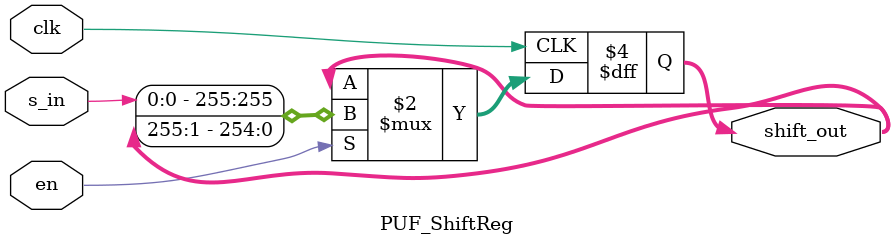
<source format=v>
`timescale 1ns/1ps

module PUF_ShiftReg(

	input clk, s_in, en,
	output reg [255:0] shift_out

);

always@(posedge clk)
begin
	if(en) shift_out <= {s_in, shift_out[255:1]};
end

endmodule

</source>
